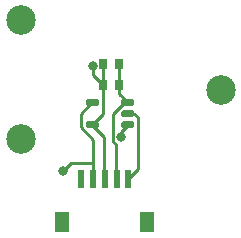
<source format=gbr>
%TF.GenerationSoftware,KiCad,Pcbnew,5.1.10*%
%TF.CreationDate,2021-07-28T16:24:32-07:00*%
%TF.ProjectId,dogbone,646f6762-6f6e-4652-9e6b-696361645f70,rev?*%
%TF.SameCoordinates,Original*%
%TF.FileFunction,Copper,L2,Bot*%
%TF.FilePolarity,Positive*%
%FSLAX46Y46*%
G04 Gerber Fmt 4.6, Leading zero omitted, Abs format (unit mm)*
G04 Created by KiCad (PCBNEW 5.1.10) date 2021-07-28 16:24:32*
%MOMM*%
%LPD*%
G01*
G04 APERTURE LIST*
%TA.AperFunction,SMDPad,CuDef*%
%ADD10R,0.600000X1.550000*%
%TD*%
%TA.AperFunction,SMDPad,CuDef*%
%ADD11R,1.200000X1.800000*%
%TD*%
%TA.AperFunction,SMDPad,CuDef*%
%ADD12R,0.725000X0.900000*%
%TD*%
%TA.AperFunction,ComponentPad*%
%ADD13C,2.500000*%
%TD*%
%TA.AperFunction,ViaPad*%
%ADD14C,0.800000*%
%TD*%
%TA.AperFunction,Conductor*%
%ADD15C,0.250000*%
%TD*%
G04 APERTURE END LIST*
D10*
%TO.P,J1,5*%
%TO.N,Net-(J1-Pad5)*%
X53775600Y-98196400D03*
D11*
%TO.P,J1,6*%
%TO.N,Net-(J1-Pad6)*%
X59375600Y-101796400D03*
X52175600Y-101796400D03*
D10*
%TO.P,J1,4*%
%TO.N,+3V3*%
X54775600Y-98196400D03*
%TO.P,J1,3*%
%TO.N,UNAMP*%
X55775600Y-98196400D03*
%TO.P,J1,2*%
%TO.N,AMP*%
X56775600Y-98196400D03*
%TO.P,J1,1*%
%TO.N,GND*%
X57775600Y-98196400D03*
%TD*%
%TO.P,U1,4*%
%TO.N,UNAMP*%
%TA.AperFunction,SMDPad,CuDef*%
G36*
G01*
X55271500Y-93444000D02*
X55271500Y-93744000D01*
G75*
G02*
X55121500Y-93894000I-150000J0D01*
G01*
X54321500Y-93894000D01*
G75*
G02*
X54171500Y-93744000I0J150000D01*
G01*
X54171500Y-93444000D01*
G75*
G02*
X54321500Y-93294000I150000J0D01*
G01*
X55121500Y-93294000D01*
G75*
G02*
X55271500Y-93444000I0J-150000D01*
G01*
G37*
%TD.AperFunction*%
%TO.P,U1,3*%
%TO.N,VGND*%
%TA.AperFunction,SMDPad,CuDef*%
G36*
G01*
X58271500Y-93444000D02*
X58271500Y-93744000D01*
G75*
G02*
X58121500Y-93894000I-150000J0D01*
G01*
X57321500Y-93894000D01*
G75*
G02*
X57171500Y-93744000I0J150000D01*
G01*
X57171500Y-93444000D01*
G75*
G02*
X57321500Y-93294000I150000J0D01*
G01*
X58121500Y-93294000D01*
G75*
G02*
X58271500Y-93444000I0J-150000D01*
G01*
G37*
%TD.AperFunction*%
%TO.P,U1,2*%
%TO.N,GND*%
%TA.AperFunction,SMDPad,CuDef*%
G36*
G01*
X58271500Y-92494000D02*
X58271500Y-92794000D01*
G75*
G02*
X58121500Y-92944000I-150000J0D01*
G01*
X57321500Y-92944000D01*
G75*
G02*
X57171500Y-92794000I0J150000D01*
G01*
X57171500Y-92494000D01*
G75*
G02*
X57321500Y-92344000I150000J0D01*
G01*
X58121500Y-92344000D01*
G75*
G02*
X58271500Y-92494000I0J-150000D01*
G01*
G37*
%TD.AperFunction*%
%TO.P,U1,5*%
%TO.N,+3V3*%
%TA.AperFunction,SMDPad,CuDef*%
G36*
G01*
X55271500Y-91544000D02*
X55271500Y-91844000D01*
G75*
G02*
X55121500Y-91994000I-150000J0D01*
G01*
X54321500Y-91994000D01*
G75*
G02*
X54171500Y-91844000I0J150000D01*
G01*
X54171500Y-91544000D01*
G75*
G02*
X54321500Y-91394000I150000J0D01*
G01*
X55121500Y-91394000D01*
G75*
G02*
X55271500Y-91544000I0J-150000D01*
G01*
G37*
%TD.AperFunction*%
%TO.P,U1,1*%
%TO.N,AMP*%
%TA.AperFunction,SMDPad,CuDef*%
G36*
G01*
X58271500Y-91544000D02*
X58271500Y-91844000D01*
G75*
G02*
X58121500Y-91994000I-150000J0D01*
G01*
X57321500Y-91994000D01*
G75*
G02*
X57171500Y-91844000I0J150000D01*
G01*
X57171500Y-91544000D01*
G75*
G02*
X57321500Y-91394000I150000J0D01*
G01*
X58121500Y-91394000D01*
G75*
G02*
X58271500Y-91544000I0J-150000D01*
G01*
G37*
%TD.AperFunction*%
%TD*%
D12*
%TO.P,R4,2*%
%TO.N,AMP*%
X57001000Y-90233500D03*
%TO.P,R4,1*%
%TO.N,UNAMP*%
X55626000Y-90233500D03*
%TD*%
%TO.P,C1,2*%
%TO.N,AMP*%
X56959500Y-88455500D03*
%TO.P,C1,1*%
%TO.N,UNAMP*%
X55584500Y-88455500D03*
%TD*%
D13*
%TO.P,H3,1*%
%TO.N,N/C*%
X65577000Y-90623000D03*
%TD*%
%TO.P,H2,1*%
%TO.N,N/C*%
X48634000Y-94760000D03*
%TD*%
%TO.P,H1,1*%
%TO.N,N/C*%
X48634000Y-84740000D03*
%TD*%
D14*
%TO.N,VGND*%
X57150000Y-94615000D03*
%TO.N,UNAMP*%
X54737000Y-88582500D03*
%TO.N,+3V3*%
X52273200Y-97485200D03*
%TD*%
D15*
%TO.N,VGND*%
X57150000Y-94165500D02*
X57721500Y-93594000D01*
X57150000Y-94615000D02*
X57150000Y-94165500D01*
%TO.N,UNAMP*%
X55584500Y-90192000D02*
X55626000Y-90233500D01*
X55584500Y-88455500D02*
X55584500Y-90192000D01*
X55626000Y-92689500D02*
X54721500Y-93594000D01*
X55626000Y-90233500D02*
X55626000Y-92689500D01*
X55737500Y-94610000D02*
X54721500Y-93594000D01*
X54737000Y-89344500D02*
X55626000Y-90233500D01*
X54737000Y-88582500D02*
X54737000Y-89344500D01*
X55737500Y-98158300D02*
X55775600Y-98196400D01*
X55737500Y-94610000D02*
X55737500Y-98158300D01*
%TO.N,AMP*%
X56959500Y-90192000D02*
X57001000Y-90233500D01*
X56959500Y-88455500D02*
X56959500Y-90192000D01*
X57001000Y-90973500D02*
X57721500Y-91694000D01*
X57001000Y-90233500D02*
X57001000Y-90973500D01*
X56424999Y-92718733D02*
X57449732Y-91694000D01*
X57449732Y-91694000D02*
X57721500Y-91694000D01*
X56424999Y-94963001D02*
X56424999Y-92718733D01*
X56737500Y-95275502D02*
X56424999Y-94963001D01*
X56737500Y-98158300D02*
X56775600Y-98196400D01*
X56737500Y-95275502D02*
X56737500Y-98158300D01*
%TO.N,+3V3*%
X53721000Y-92694500D02*
X54721500Y-91694000D01*
X53721000Y-93815268D02*
X53721000Y-92694500D01*
X54775600Y-94869868D02*
X53721000Y-93815268D01*
X54775600Y-96862400D02*
X53099200Y-96862400D01*
X54775600Y-98196400D02*
X54775600Y-96862400D01*
X54775600Y-96862400D02*
X54775600Y-94869868D01*
X53099200Y-96862400D02*
X52896000Y-96862400D01*
X52896000Y-96862400D02*
X52273200Y-97485200D01*
X52273200Y-97485200D02*
X52273200Y-97485200D01*
%TO.N,GND*%
X58271500Y-92644000D02*
X57721500Y-92644000D01*
X58596510Y-92969010D02*
X58271500Y-92644000D01*
X58596510Y-97375490D02*
X57775600Y-98196400D01*
X58596510Y-92969010D02*
X58596510Y-97375490D01*
%TD*%
M02*

</source>
